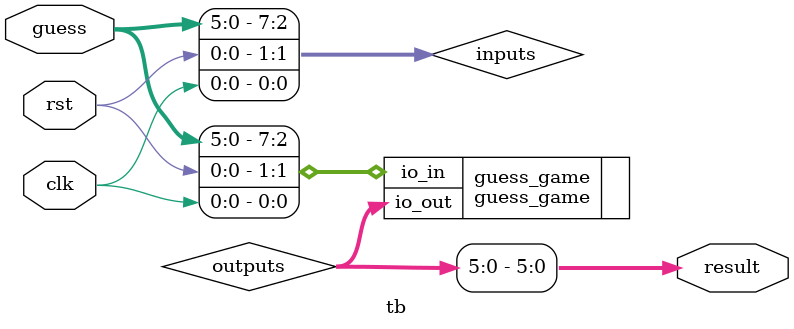
<source format=v>
`default_nettype none
`timescale 1ns/1ps

module tb (
    input wire clk,
    input wire rst,
    input wire [5:0] guess,
    output wire [5:0] result    
    );

    initial begin
        $dumpfile ("tb.vcd");
        $dumpvars (0, tb);
        #1;
    end

    wire [7:0] inputs = {guess[5:0], rst, clk};
    wire [7:0] outputs;
    assign result = outputs[5:0]; 

    guess_game guess_game (
        .io_in (inputs),
        .io_out (outputs)
    );

endmodule

</source>
